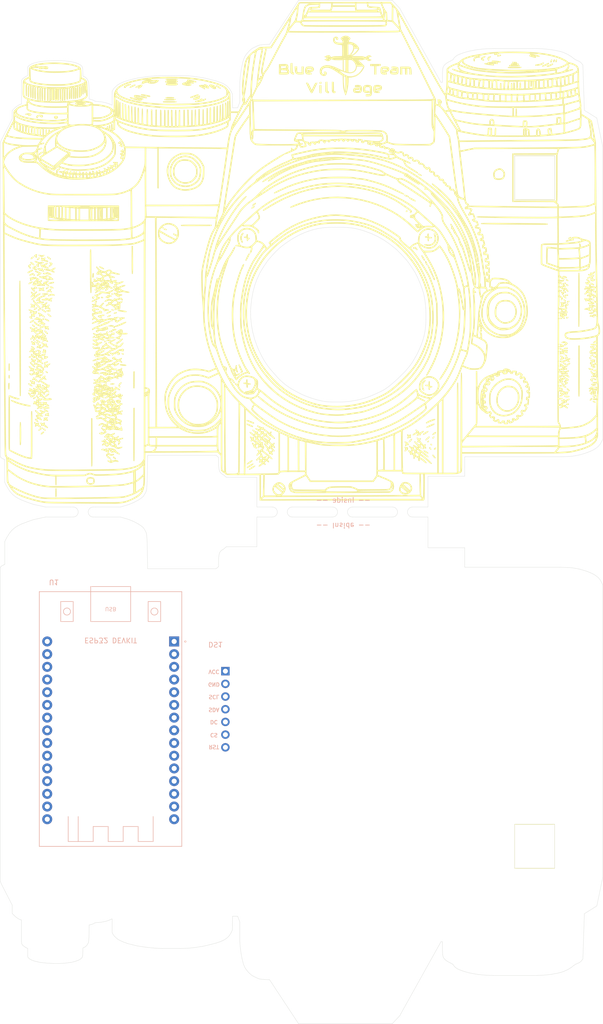
<source format=kicad_pcb>
(kicad_pcb (version 20221018) (generator pcbnew)
  (layers (0 "F.Cu" signal) (31 "B.Cu" signal) (34 "B.Paste" user) (35 "F.Paste" user) (36 "B.SilkS" user "B.Silkscreen") (37 "F.SilkS" user "F.Silkscreen") (38 "B.Mask" user) (39 "F.Mask" user) (44 "Edge.Cuts" user))
  (net 0 "")
  (net 1 "+3.3V")
  (net 2 "GND")
  (net 3 "D18")
  (net 4 "D23")
  (net 5 "D16")
  (net 6 "D5")
  (net 7 "D4")
  (footprint "0_local:GC9A01_TFT_Back_Mount" (layer "F.Cu") (at 84.66 155.63)
    (fp_text reference "DS1" (at -1.96 -5.33 180 unlocked) (layer "B.SilkS") (effects (justify mirror)))
    (fp_text value "GC9A01 TFT Display")
    (fp_text user "SCL" (at -2.3 5.15 180 unlocked) (layer "B.SilkS") (effects (font (size 0.75 0.75)) (justify mirror)))
    (fp_text user "GND" (at -2.3 2.65 180 unlocked) (layer "B.SilkS") (effects (font (size 0.75 0.75)) (justify mirror)))
    (fp_text user "CS" (at -2.3 12.78 180 unlocked) (layer "B.SilkS") (effects (font (size 0.75 0.75)) (justify mirror)))
    (fp_text user "DC" (at -2.3 10.18 180 unlocked) (layer "B.SilkS") (effects (font (size 0.75 0.75)) (justify mirror)))
    (fp_text user "SDA" (at -2.3 7.72 180 unlocked) (layer "B.SilkS") (effects (font (size 0.75 0.75)) (justify mirror)))
    (fp_text user "RST" (at -2.3 15.15 180 unlocked) (layer "B.SilkS") (effects (font (size 0.75 0.75)) (justify mirror)))
    (fp_text user "VCC" (at -2.3 0.11 180 unlocked) (layer "B.SilkS") (effects (font (size 0.75 0.75)) (justify mirror)))
    (pad "1" thru_hole rect (at 0 0) (size 1.7 1.7) (drill 1) (layers "*.Cu" "*.Mask") (net 1 "+3.3V"))
    (pad "2" thru_hole oval (at 0 2.54) (size 1.7 1.7) (drill 1) (layers "*.Cu" "*.Mask") (net 2 "GND"))
    (pad "3" thru_hole oval (at 0 5.08) (size 1.7 1.7) (drill 1) (layers "*.Cu" "*.Mask") (net 3 "D18"))
    (pad "4" thru_hole oval (at 0 7.62) (size 1.7 1.7) (drill 1) (layers "*.Cu" "*.Mask") (net 4 "D23"))
    (pad "5" thru_hole oval (at 0 10.16) (size 1.7 1.7) (drill 1) (layers "*.Cu" "*.Mask") (net 5 "D16"))
    (pad "6" thru_hole oval (at 0 12.7) (size 1.7 1.7) (drill 1) (layers "*.Cu" "*.Mask") (net 6 "D5"))
    (pad "7" thru_hole oval (at 0 15.24) (size 1.7 1.7) (drill 1) (layers "*.Cu" "*.Mask") (net 7 "D4"))
  )
  (footprint "0_local:ESP32_DEVKIT_V1_Back_Mount" (layer "F.Cu") (at 61.7025 165.205)
    (fp_text reference "U1" (at -11.355 -27.36 180 unlocked) (layer "B.SilkS") (effects (justify mirror)))
    (fp_text value "ESP32-WROOM-32-DEVKIT")
    (fp_text user "ESP32 DEVKIT" (at 0 -15.75 180 unlocked) (layer "B.SilkS") (effects (justify mirror)))
    (fp_text user "USB" (at 0 -22 180 unlocked) (layer "B.SilkS") (effects (font (size 0.75 0.75) (thickness 0.1)) (justify mirror)))
    (pad "1" thru_hole rect (at 12.7 -15.515) (size 2 2) (drill 1.02) (layers "*.Cu" "*.Mask") (net 1 "+3.3V"))
    (pad "2" thru_hole circle (at 12.7 -12.975) (size 2 2) (drill 1.02) (layers "*.Cu" "*.Mask") (net 2 "GND"))
    (pad "3" thru_hole circle (at 12.7 -10.435) (size 2 2) (drill 1.02) (layers "*.Cu" "*.Mask"))
    (pad "4" thru_hole circle (at 12.7 -7.895) (size 2 2) (drill 1.02) (layers "*.Cu" "*.Mask"))
    (pad "5" thru_hole circle (at 12.7 -5.355) (size 2 2) (drill 1.02) (layers "*.Cu" "*.Mask") (net 7 "D4"))
    (pad "6" thru_hole circle (at 12.7 -2.815) (size 2 2) (drill 1.02) (layers "*.Cu" "*.Mask") (net 5 "D16"))
    (pad "7" thru_hole circle (at 12.7 -0.275) (size 2 2) (drill 1.02) (layers "*.Cu" "*.Mask"))
    (pad "8" thru_hole circle (at 12.7 2.265) (size 2 2) (drill 1.02) (layers "*.Cu" "*.Mask") (net 6 "D5"))
    (pad "9" thru_hole circle (at 12.7 4.805) (size 2 2) (drill 1.02) (layers "*.Cu" "*.Mask") (net 3 "D18"))
    (pad "10" thru_hole circle (at 12.7 7.345) (size 2 2) (drill 1.02) (layers "*.Cu" "*.Mask"))
    (pad "11" thru_hole circle (at 12.7 9.885) (size 2 2) (drill 1.02) (layers "*.Cu" "*.Mask"))
    (pad "12" thru_hole circle (at 12.7 12.425) (size 2 2) (drill 1.02) (layers "*.Cu" "*.Mask"))
    (pad "13" thru_hole circle (at 12.7 14.965) (size 2 2) (drill 1.02) (layers "*.Cu" "*.Mask"))
    (pad "14" thru_hole circle (at 12.7 17.505) (size 2 2) (drill 1.02) (layers "*.Cu" "*.Mask"))
    (pad "15" thru_hole circle (at 12.7 20.045) (size 2 2) (drill 1.02) (layers "*.Cu" "*.Mask") (net 4 "D23"))
    (pad "16" thru_hole circle (at -12.7 20.045) (size 2 2) (drill 1.02) (layers "*.Cu" "*.Mask"))
    (pad "17" thru_hole circle (at -12.7 17.505) (size 2 2) (drill 1.02) (layers "*.Cu" "*.Mask"))
    (pad "18" thru_hole circle (at -12.7 14.965) (size 2 2) (drill 1.02) (layers "*.Cu" "*.Mask"))
    (pad "19" thru_hole circle (at -12.7 12.425) (size 2 2) (drill 1.02) (layers "*.Cu" "*.Mask"))
    (pad "20" thru_hole circle (at -12.7 9.885) (size 2 2) (drill 1.02) (layers "*.Cu" "*.Mask"))
    (pad "21" thru_hole circle (at -12.7 7.345) (size 2 2) (drill 1.02) (layers "*.Cu" "*.Mask"))
    (pad "22" thru_hole circle (at -12.7 4.805) (size 2 2) (drill 1.02) (layers "*.Cu" "*.Mask"))
    (pad "23" thru_hole circle (at -12.7 2.265) (size 2 2) (drill 1.02) (layers "*.Cu" "*.Mask"))
    (pad "24" thru_hole circle (at -12.7 -0.275) (size 2 2) (drill 1.02) (layers "*.Cu" "*.Mask"))
    (pad "25" thru_hole circle (at -12.7 -2.815) (size 2 2) (drill 1.02) (layers "*.Cu" "*.Mask"))
    (pad "26" thru_hole circle (at -12.7 -5.355) (size 2 2) (drill 1.02) (layers "*.Cu" "*.Mask"))
    (pad "27" thru_hole circle (at -12.7 -7.895) (size 2 2) (drill 1.02) (layers "*.Cu" "*.Mask"))
    (pad "28" thru_hole circle (at -12.7 -10.435) (size 2 2) (drill 1.02) (layers "*.Cu" "*.Mask"))
    (pad "29" thru_hole circle (at -12.7 -12.975) (size 2 2) (drill 1.02) (layers "*.Cu" "*.Mask"))
    (pad "30" thru_hole circle (at -12.7 -15.515) (size 2 2) (drill 1.02) (layers "*.Cu" "*.Mask"))
  )
  (footprint "0_badge:camera_badge_silk02" (layer "F.Cu") (at 99.9 123.8)
    (fp_text reference "G***")
    (fp_text value "Silk02" hide)
  )
  (footprint "0_badge:camera_badge_edgecuts" (layer "F.Cu") (at 97.2 123.3)
    (fp_text reference "G***" hide)
    (fp_text value "Edge" hide)
    (fp_line (start -57.6 -73.35) (end -57.6 -10.65) (stroke (width 0.05)) (layer "Edge.Cuts"))
    (fp_line (start -57.6 -10.65) (end -57.525 -10.5) (stroke (width 0.05)) (layer "Edge.Cuts"))
    (fp_line (start -57.6 11.65) (end -57.525 11.5) (stroke (width 0.05)) (layer "Edge.Cuts"))
    (fp_line (start -57.6 74.35) (end -57.6 11.65) (stroke (width 0.05)) (layer "Edge.Cuts"))
    (fp_line (start -57.525 -10.5) (end -57.4 -10.35) (stroke (width 0.05)) (layer "Edge.Cuts"))
    (fp_line (start -57.525 11.5) (end -57.4 11.35) (stroke (width 0.05)) (layer "Edge.Cuts"))
    (fp_line (start -57.4 -10.35) (end -57.25 -10.25) (stroke (width 0.05)) (layer "Edge.Cuts"))
    (fp_line (start -57.4 11.35) (end -57.25 11.25) (stroke (width 0.05)) (layer "Edge.Cuts"))
    (fp_line (start -57.325 -74) (end -57.6 -73.35) (stroke (width 0.05)) (layer "Edge.Cuts"))
    (fp_line (start -57.325 75) (end -57.6 74.35) (stroke (width 0.05)) (layer "Edge.Cuts"))
    (fp_line (start -57.25 -10.25) (end -57.05 -10.15) (stroke (width 0.05)) (layer "Edge.Cuts"))
    (fp_line (start -57.25 11.25) (end -57.05 11.15) (stroke (width 0.05)) (layer "Edge.Cuts"))
    (fp_line (start -57.05 -10.15) (end -56.85 -10.05) (stroke (width 0.05)) (layer "Edge.Cuts"))
    (fp_line (start -57.05 11.15) (end -56.85 11.05) (stroke (width 0.05)) (layer "Edge.Cuts"))
    (fp_line (start -56.85 -10.05) (end -56.75 -10) (stroke (width 0.05)) (layer "Edge.Cuts"))
    (fp_line (start -56.85 11.05) (end -56.75 11) (stroke (width 0.05)) (layer "Edge.Cuts"))
    (fp_line (start -56.75 -10) (end -56.7 -9.95) (stroke (width 0.05)) (layer "Edge.Cuts"))
    (fp_line (start -56.75 11) (end -56.7 10.95) (stroke (width 0.05)) (layer "Edge.Cuts"))
    (fp_line (start -56.7 -9.95) (end -56.7 -5.45) (stroke (width 0.05)) (layer "Edge.Cuts"))
    (fp_line (start -56.7 -5.45) (end -56.5 -5) (stroke (width 0.05)) (layer "Edge.Cuts"))
    (fp_line (start -56.7 6.45) (end -56.5 6) (stroke (width 0.05)) (layer "Edge.Cuts"))
    (fp_line (start -56.7 10.95) (end -56.7 6.45) (stroke (width 0.05)) (layer "Edge.Cuts"))
    (fp_line (start -56.5 -75.6) (end -57.325 -74) (stroke (width 0.05)) (layer "Edge.Cuts"))
    (fp_line (start -56.5 -5) (end -56.25 -4.55) (stroke (width 0.05)) (layer "Edge.Cuts"))
    (fp_line (start -56.5 6) (end -56.25 5.55) (stroke (width 0.05)) (layer "Edge.Cuts"))
    (fp_line (start -56.5 76.6) (end -57.325 75) (stroke (width 0.05)) (layer "Edge.Cuts"))
    (fp_line (start -56.25 -4.55) (end -55.95 -4.05) (stroke (width 0.05)) (layer "Edge.Cuts"))
    (fp_line (start -56.25 5.55) (end -55.95 5.05) (stroke (width 0.05)) (layer "Edge.Cuts"))
    (fp_line (start -55.95 -4.05) (end -55.65 -3.6) (stroke (width 0.05)) (layer "Edge.Cuts"))
    (fp_line (start -55.95 5.05) (end -55.65 4.6) (stroke (width 0.05)) (layer "Edge.Cuts"))
    (fp_line (start -55.65 -3.6) (end -55.35 -3.25) (stroke (width 0.05)) (layer "Edge.Cuts"))
    (fp_line (start -55.65 4.6) (end -55.35 4.25) (stroke (width 0.05)) (layer "Edge.Cuts"))
    (fp_line (start -55.35 -3.25) (end -55.05 -2.95) (stroke (width 0.05)) (layer "Edge.Cuts"))
    (fp_line (start -55.35 4.25) (end -55.05 3.95) (stroke (width 0.05)) (layer "Edge.Cuts"))
    (fp_line (start -55.2 -79.8) (end -55.2 -78.15) (stroke (width 0.05)) (layer "Edge.Cuts"))
    (fp_line (start -55.2 -78.15) (end -56.5 -75.6) (stroke (width 0.05)) (layer "Edge.Cuts"))
    (fp_line (start -55.2 79.15) (end -56.5 76.6) (stroke (width 0.05)) (layer "Edge.Cuts"))
    (fp_line (start -55.2 80.8) (end -55.2 79.15) (stroke (width 0.05)) (layer "Edge.Cuts"))
    (fp_line (start -55.05 -2.95) (end -54.55 -2.55) (stroke (width 0.05)) (layer "Edge.Cuts"))
    (fp_line (start -55.05 3.95) (end -54.55 3.55) (stroke (width 0.05)) (layer "Edge.Cuts"))
    (fp_line (start -54.6 -80.4) (end -55.2 -79.8) (stroke (width 0.05)) (layer "Edge.Cuts"))
    (fp_line (start -54.6 81.4) (end -55.2 80.8) (stroke (width 0.05)) (layer "Edge.Cuts"))
    (fp_line (start -54.55 -2.55) (end -54.05 -2.25) (stroke (width 0.05)) (layer "Edge.Cuts"))
    (fp_line (start -54.55 3.55) (end -54.05 3.25) (stroke (width 0.05)) (layer "Edge.Cuts"))
    (fp_line (start -54.35 -80.6) (end -54.6 -80.4) (stroke (width 0.05)) (layer "Edge.Cuts"))
    (fp_line (start -54.35 81.6) (end -54.6 81.4) (stroke (width 0.05)) (layer "Edge.Cuts"))
    (fp_line (start -54.05 -80.8) (end -54.35 -80.6) (stroke (width 0.05)) (layer "Edge.Cuts"))
    (fp_line (start -54.05 -2.25) (end -53.35 -1.9) (stroke (width 0.05)) (layer "Edge.Cuts"))
    (fp_line (start -54.05 3.25) (end -53.35 2.9) (stroke (width 0.05)) (layer "Edge.Cuts"))
    (fp_line (start -54.05 81.8) (end -54.35 81.6) (stroke (width 0.05)) (layer "Edge.Cuts"))
    (fp_line (start -53.8 -80.95) (end -54.05 -80.8) (stroke (width 0.05)) (layer "Edge.Cuts"))
    (fp_line (start -53.8 81.95) (end -54.05 81.8) (stroke (width 0.05)) (layer "Edge.Cuts"))
    (fp_line (start -53.55 -81.05) (end -53.8 -80.95) (stroke (width 0.05)) (layer "Edge.Cuts"))
    (fp_line (start -53.55 82.05) (end -53.8 81.95) (stroke (width 0.05)) (layer "Edge.Cuts"))
    (fp_line (start -53.35 -85.45) (end -53.35 -81.1) (stroke (width 0.05)) (layer "Edge.Cuts"))
    (fp_line (start -53.35 -81.1) (end -53.55 -81.05) (stroke (width 0.05)) (layer "Edge.Cuts"))
    (fp_line (start -53.35 -1.9) (end -51.9 -1.35) (stroke (width 0.05)) (layer "Edge.Cuts"))
    (fp_line (start -53.35 2.9) (end -51.9 2.35) (stroke (width 0.05)) (layer "Edge.Cuts"))
    (fp_line (start -53.35 82.1) (end -53.55 82.05) (stroke (width 0.05)) (layer "Edge.Cuts"))
    (fp_line (start -53.35 86.45) (end -53.35 82.1) (stroke (width 0.05)) (layer "Edge.Cuts"))
    (fp_line (start -53.3 -85.85) (end -53.35 -85.45) (stroke (width 0.05)) (layer "Edge.Cuts"))
    (fp_line (start -53.3 86.85) (end -53.35 86.45) (stroke (width 0.05)) (layer "Edge.Cuts"))
    (fp_line (start -53.2 -86.05) (end -53.3 -85.85) (stroke (width 0.05)) (layer "Edge.Cuts"))
    (fp_line (start -53.2 87.05) (end -53.3 86.85) (stroke (width 0.05)) (layer "Edge.Cuts"))
    (fp_line (start -53.05 -86.2) (end -53.2 -86.05) (stroke (width 0.05)) (layer "Edge.Cuts"))
    (fp_line (start -53.05 87.2) (end -53.2 87.05) (stroke (width 0.05)) (layer "Edge.Cuts"))
    (fp_line (start -52.8 -86.4) (end -53.05 -86.2) (stroke (width 0.05)) (layer "Edge.Cuts"))
    (fp_line (start -52.8 87.4) (end -53.05 87.2) (stroke (width 0.05)) (layer "Edge.Cuts"))
    (fp_line (start -52.5 -86.6) (end -52.8 -86.4) (stroke (width 0.05)) (layer "Edge.Cuts"))
    (fp_line (start -52.5 87.6) (end -52.8 87.4) (stroke (width 0.05)) (layer "Edge.Cuts"))
    (fp_line (start -52.1 -88.35) (end -52.1 -86.8) (stroke (width 0.05)) (layer "Edge.Cuts"))
    (fp_line (start -52.1 -86.8) (end -52.5 -86.6) (stroke (width 0.05)) (layer "Edge.Cuts"))
    (fp_line (start -52.1 87.8) (end -52.5 87.6) (stroke (width 0.05)) (layer "Edge.Cuts"))
    (fp_line (start -52.1 89.35) (end -52.1 87.8) (stroke (width 0.05)) (layer "Edge.Cuts"))
    (fp_line (start -52.05 -88.55) (end -52.1 -88.35) (stroke (width 0.05)) (layer "Edge.Cuts"))
    (fp_line (start -52.05 89.55) (end -52.1 89.35) (stroke (width 0.05)) (layer "Edge.Cuts"))
    (fp_line (start -52 -88.65) (end -52.05 -88.55) (stroke (width 0.05)) (layer "Edge.Cuts"))
    (fp_line (start -52 89.65) (end -52.05 89.55) (stroke (width 0.05)) (layer "Edge.Cuts"))
    (fp_line (start -51.9 -88.75) (end -52 -88.65) (stroke (width 0.05)) (layer "Edge.Cuts"))
    (fp_line (start -51.9 -1.35) (end -50.85 -1) (stroke (width 0.05)) (layer "Edge.Cuts"))
    (fp_line (start -51.9 2.35) (end -50.85 2) (stroke (width 0.05)) (layer "Edge.Cuts"))
    (fp_line (start -51.9 89.75) (end -52 89.65) (stroke (width 0.05)) (layer "Edge.Cuts"))
    (fp_line (start -51.7 -88.9) (end -51.9 -88.75) (stroke (width 0.05)) (layer "Edge.Cuts"))
    (fp_line (start -51.7 89.9) (end -51.9 89.75) (stroke (width 0.05)) (layer "Edge.Cuts"))
    (fp_line (start -51.35 -89.1) (end -51.7 -88.9) (stroke (width 0.05)) (layer "Edge.Cuts"))
    (fp_line (start -51.35 90.1) (end -51.7 89.9) (stroke (width 0.05)) (layer "Edge.Cuts"))
    (fp_line (start -50.85 -89.3) (end -51.35 -89.1) (stroke (width 0.05)) (layer "Edge.Cuts"))
    (fp_line (start -50.85 -1) (end -49.65 -0.75) (stroke (width 0.05)) (layer "Edge.Cuts"))
    (fp_line (start -50.85 2) (end -49.65 1.75) (stroke (width 0.05)) (layer "Edge.Cuts"))
    (fp_line (start -50.85 90.3) (end -51.35 90.1) (stroke (width 0.05)) (layer "Edge.Cuts"))
    (fp_line (start -50 -89.5) (end -50.85 -89.3) (stroke (width 0.05)) (layer "Edge.Cuts"))
    (fp_line (start -50 90.5) (end -50.85 90.3) (stroke (width 0.05)) (layer "Edge.Cuts"))
    (fp_line (start -49.65 -0.75) (end -48.55 -0.5) (stroke (width 0.05)) (layer "Edge.Cuts"))
    (fp_line (start -49.65 1.75) (end -48.55 1.5) (stroke (width 0.05)) (layer "Edge.Cuts"))
    (fp_line (start -49.5 -89.6) (end -50 -89.5) (stroke (width 0.05)) (layer "Edge.Cuts"))
    (fp_line (start -49.5 90.6) (end -50 90.5) (stroke (width 0.05)) (layer "Edge.Cuts"))
    (fp_line (start -48.6 -89.7) (end -49.5 -89.6) (stroke (width 0.05)) (layer "Edge.Cuts"))
    (fp_line (start -48.6 90.7) (end -49.5 90.6) (stroke (width 0.05)) (layer "Edge.Cuts"))
    (fp_line (start -48.55 -0.5) (end -43.55 -0.5) (stroke (width 0.05)) (layer "Edge.Cuts"))
    (fp_line (start -48.55 1.5) (end -43.55 1.5) (stroke (width 0.05)) (layer "Edge.Cuts"))
    (fp_line (start -47.85 -89.75) (end -48.6 -89.7) (stroke (width 0.05)) (layer "Edge.Cuts"))
    (fp_line (start -47.85 90.75) (end -48.6 90.7) (stroke (width 0.05)) (layer "Edge.Cuts"))
    (fp_line (start -46.9 -89.8) (end -47.85 -89.75) (stroke (width 0.05)) (layer "Edge.Cuts"))
    (fp_line (start -46.9 90.8) (end -47.85 90.75) (stroke (width 0.05)) (layer "Edge.Cuts"))
    (fp_line (start -45.85 -89.8) (end -46.9 -89.8) (stroke (width 0.05)) (layer "Edge.Cuts"))
    (fp_line (start -45.85 90.8) (end -46.9 90.8) (stroke (width 0.05)) (layer "Edge.Cuts"))
    (fp_line (start -44.8 -89.75) (end -45.85 -89.8) (stroke (width 0.05)) (layer "Edge.Cuts"))
    (fp_line (start -44.8 90.75) (end -45.85 90.8) (stroke (width 0.05)) (layer "Edge.Cuts"))
    (fp_line (start -43.9 -89.65) (end -44.8 -89.75) (stroke (width 0.05)) (layer "Edge.Cuts"))
    (fp_line (start -43.9 90.65) (end -44.8 90.75) (stroke (width 0.05)) (layer "Edge.Cuts"))
    (fp_line (start -43.55 -0.5) (end -43 -0.5) (stroke (width 0.05)) (layer "Edge.Cuts"))
    (fp_line (start -43.55 1.5) (end -43 1.5) (stroke (width 0.05)) (layer "Edge.Cuts"))
    (fp_line (start -43.5 -89.6) (end -43.9 -89.65) (stroke (width 0.05)) (layer "Edge.Cuts"))
    (fp_line (start -43.5 90.6) (end -43.9 90.65) (stroke (width 0.05)) (layer "Edge.Cuts"))
    (fp_line (start -42.85 -89.45) (end -43.5 -89.6) (stroke (width 0.05)) (layer "Edge.Cuts"))
    (fp_line (start -42.85 90.45) (end -43.5 90.6) (stroke (width 0.05)) (layer "Edge.Cuts"))
    (fp_line (start -42.35 -89.3) (end -42.85 -89.45) (stroke (width 0.05)) (layer "Edge.Cuts"))
    (fp_line (start -42.35 90.3) (end -42.85 90.45) (stroke (width 0.05)) (layer "Edge.Cuts"))
    (fp_line (start -41.95 -89.15) (end -42.35 -89.3) (stroke (width 0.05)) (layer "Edge.Cuts"))
    (fp_line (start -41.95 90.15) (end -42.35 90.3) (stroke (width 0.05)) (layer "Edge.Cuts"))
    (fp_line (start -41.6 -88.95) (end -41.95 -89.15) (stroke (width 0.05)) (layer "Edge.Cuts"))
    (fp_line (start -41.6 89.95) (end -41.95 90.15) (stroke (width 0.05)) (layer "Edge.Cuts"))
    (fp_line (start -41.45 -88.85) (end -41.6 -88.95) (stroke (width 0.05)) (layer "Edge.Cuts"))
    (fp_line (start -41.45 89.85) (end -41.6 89.95) (stroke (width 0.05)) (layer "Edge.Cuts"))
    (fp_line (start -41.3 -88.7) (end -41.45 -88.85) (stroke (width 0.05)) (layer "Edge.Cuts"))
    (fp_line (start -41.3 89.7) (end -41.45 89.85) (stroke (width 0.05)) (layer "Edge.Cuts"))
    (fp_line (start -41.2 -88.55) (end -41.3 -88.7) (stroke (width 0.05)) (layer "Edge.Cuts"))
    (fp_line (start -41.2 89.55) (end -41.3 89.7) (stroke (width 0.05)) (layer "Edge.Cuts"))
    (fp_line (start -41.15 -88.35) (end -41.2 -88.55) (stroke (width 0.05)) (layer "Edge.Cuts"))
    (fp_line (start -41.15 89.35) (end -41.2 89.55) (stroke (width 0.05)) (layer "Edge.Cuts"))
    (fp_line (start -41.1 -88.15) (end -41.15 -88.35) (stroke (width 0.05)) (layer "Edge.Cuts"))
    (fp_line (start -41.1 89.15) (end -41.15 89.35) (stroke (width 0.05)) (layer "Edge.Cuts"))
    (fp_line (start -41.05 -86.75) (end -41.1 -88.15) (stroke (width 0.05)) (layer "Edge.Cuts"))
    (fp_line (start -41.05 87.75) (end -41.1 89.15) (stroke (width 0.05)) (layer "Edge.Cuts"))
    (fp_line (start -41 -86.65) (end -41.05 -86.75) (stroke (width 0.05)) (layer "Edge.Cuts"))
    (fp_line (start -41 87.65) (end -41.05 87.75) (stroke (width 0.05)) (layer "Edge.Cuts"))
    (fp_line (start -40.7 -86.55) (end -41 -86.65) (stroke (width 0.05)) (layer "Edge.Cuts"))
    (fp_line (start -40.7 87.55) (end -41 87.65) (stroke (width 0.05)) (layer "Edge.Cuts"))
    (fp_line (start -40.5 -86.4) (end -40.7 -86.55) (stroke (width 0.05)) (layer "Edge.Cuts"))
    (fp_line (start -40.5 87.4) (end -40.7 87.55) (stroke (width 0.05)) (layer "Edge.Cuts"))
    (fp_line (start -40.25 -86.15) (end -40.5 -86.4) (stroke (width 0.05)) (layer "Edge.Cuts"))
    (fp_line (start -40.25 87.15) (end -40.5 87.4) (stroke (width 0.05)) (layer "Edge.Cuts"))
    (fp_line (start -40.05 -85.8) (end -40.25 -86.15) (stroke (width 0.05)) (layer "Edge.Cuts"))
    (fp_line (start -40.05 86.8) (end -40.25 87.15) (stroke (width 0.05)) (layer "Edge.Cuts"))
    (fp_line (start -39.95 -85.6) (end -40.05 -85.8) (stroke (width 0.05)) (layer "Edge.Cuts"))
    (fp_line (start -39.95 86.6) (end -40.05 86.8) (stroke (width 0.05)) (layer "Edge.Cuts"))
    (fp_line (start -39.9 -85.3) (end -39.95 -85.6) (stroke (width 0.05)) (layer "Edge.Cuts"))
    (fp_line (start -39.9 86.3) (end -39.95 86.6) (stroke (width 0.05)) (layer "Edge.Cuts"))
    (fp_line (start -39.85 -84.65) (end -39.9 -85.3) (stroke (width 0.05)) (layer "Edge.Cuts"))
    (fp_line (start -39.85 85.65) (end -39.9 86.3) (stroke (width 0.05)) (layer "Edge.Cuts"))
    (fp_line (start -39.8 -82.1) (end -39.85 -84.65) (stroke (width 0.05)) (layer "Edge.Cuts"))
    (fp_line (start -39.8 83.1) (end -39.85 85.65) (stroke (width 0.05)) (layer "Edge.Cuts"))
    (fp_line (start -39.6 -82.05) (end -39.8 -82.1) (stroke (width 0.05)) (layer "Edge.Cuts"))
    (fp_line (start -39.6 83.05) (end -39.8 83.1) (stroke (width 0.05)) (layer "Edge.Cuts"))
    (fp_line (start -39.2 -81.95) (end -39.6 -82.05) (stroke (width 0.05)) (layer "Edge.Cuts"))
    (fp_line (start -39.2 82.95) (end -39.6 83.05) (stroke (width 0.05)) (layer "Edge.Cuts"))
    (fp_line (start -39 -0.5) (end -38.55 -0.5) (stroke (width 0.05)) (layer "Edge.Cuts"))
    (fp_line (start -39 1.5) (end -38.55 1.5) (stroke (width 0.05)) (layer "Edge.Cuts"))
    (fp_line (start -38.95 -81.85) (end -39.2 -81.95) (stroke (width 0.05)) (layer "Edge.Cuts"))
    (fp_line (start -38.95 82.85) (end -39.2 82.95) (stroke (width 0.05)) (layer "Edge.Cuts"))
    (fp_line (start -38.7 -81.7) (end -38.95 -81.85) (stroke (width 0.05)) (layer "Edge.Cuts"))
    (fp_line (start -38.7 82.7) (end -38.95 82.85) (stroke (width 0.05)) (layer "Edge.Cuts"))
    (fp_line (start -38.55 -81.65) (end -38.7 -81.7) (stroke (width 0.05)) (layer "Edge.Cuts"))
    (fp_line (start -38.55 -0.5) (end -33.55 -0.5) (stroke (width 0.05)) (layer "Edge.Cuts"))
    (fp_line (start -38.55 1.5) (end -33.55 1.5) (stroke (width 0.05)) (layer "Edge.Cuts"))
    (fp_line (start -38.55 82.65) (end -38.7 82.7) (stroke (width 0.05)) (layer "Edge.Cuts"))
    (fp_line (start -37.95 -81.6) (end -38.55 -81.65) (stroke (width 0.05)) (layer "Edge.Cuts"))
    (fp_line (start -37.95 82.6) (end -38.55 82.65) (stroke (width 0.05)) (layer "Edge.Cuts"))
    (fp_line (start -37.4 -81.55) (end -37.95 -81.6) (stroke (width 0.05)) (layer "Edge.Cuts"))
    (fp_line (start -37.4 82.55) (end -37.95 82.6) (stroke (width 0.05)) (layer "Edge.Cuts"))
    (fp_line (start -36.85 -81.45) (end -37.4 -81.55) (stroke (width 0.05)) (layer "Edge.Cuts"))
    (fp_line (start -36.85 82.45) (end -37.4 82.55) (stroke (width 0.05)) (layer "Edge.Cuts"))
    (fp_line (start -36.45 -81.35) (end -36.85 -81.45) (stroke (width 0.05)) (layer "Edge.Cuts"))
    (fp_line (start -36.45 82.35) (end -36.85 82.45) (stroke (width 0.05)) (layer "Edge.Cuts"))
    (fp_line (start -36.1 -81.25) (end -36.45 -81.35) (stroke (width 0.05)) (layer "Edge.Cuts"))
    (fp_line (start -36.1 82.25) (end -36.45 82.35) (stroke (width 0.05)) (layer "Edge.Cuts"))
    (fp_line (start -35.7 -81.1) (end -36.1 -81.25) (stroke (width 0.05)) (layer "Edge.Cuts"))
    (fp_line (start -35.7 82.1) (end -36.1 82.25) (stroke (width 0.05)) (layer "Edge.Cuts"))
    (fp_line (start -35.3 -80.9) (end -35.7 -81.1) (stroke (width 0.05)) (layer "Edge.Cuts"))
    (fp_line (start -35.3 81.9) (end -35.7 82.1) (stroke (width 0.05)) (layer "Edge.Cuts"))
    (fp_line (start -35.2 -83.65) (end -35.2 -80.9) (stroke (width 0.05)) (layer "Edge.Cuts"))
    (fp_line (start -35.2 -80.9) (end -35.3 -80.9) (stroke (width 0.05)) (layer "Edge.Cuts"))
    (fp_line (start -35.2 81.9) (end -35.3 81.9) (stroke (width 0.05)) (layer "Edge.Cuts"))
    (fp_line (start -35.2 84.65) (end -35.2 81.9) (stroke (width 0.05)) (layer "Edge.Cuts"))
    (fp_line (start -34.95 -84.1) (end -35.2 -83.65) (stroke (width 0.05)) (layer "Edge.Cuts"))
    (fp_line (start -34.95 85.1) (end -35.2 84.65) (stroke (width 0.05)) (layer "Edge.Cuts"))
    (fp_line (start -34.65 -84.45) (end -34.95 -84.1) (stroke (width 0.05)) (layer "Edge.Cuts"))
    (fp_line (start -34.65 85.45) (end -34.95 85.1) (stroke (width 0.05)) (layer "Edge.Cuts"))
    (fp_line (start -34.15 -84.9) (end -34.65 -84.45) (stroke (width 0.05)) (layer "Edge.Cuts"))
    (fp_line (start -34.15 85.9) (end -34.65 85.45) (stroke (width 0.05)) (layer "Edge.Cuts"))
    (fp_line (start -33.65 -85.2) (end -34.15 -84.9) (stroke (width 0.05)) (layer "Edge.Cuts"))
    (fp_line (start -33.65 86.2) (end -34.15 85.9) (stroke (width 0.05)) (layer "Edge.Cuts"))
    (fp_line (start -33.55 -0.5) (end -33.05 -0.65) (stroke (width 0.05)) (layer "Edge.Cuts"))
    (fp_line (start -33.55 1.5) (end -33.05 1.65) (stroke (width 0.05)) (layer "Edge.Cuts"))
    (fp_line (start -33.05 -0.65) (end -32 -0.95) (stroke (width 0.05)) (layer "Edge.Cuts"))
    (fp_line (start -33.05 1.65) (end -32 1.95) (stroke (width 0.05)) (layer "Edge.Cuts"))
    (fp_line (start -32.85 -85.55) (end -33.65 -85.2) (stroke (width 0.05)) (layer "Edge.Cuts"))
    (fp_line (start -32.85 86.55) (end -33.65 86.2) (stroke (width 0.05)) (layer "Edge.Cuts"))
    (fp_line (start -32 -85.85) (end -32.85 -85.55) (stroke (width 0.05)) (layer "Edge.Cuts"))
    (fp_line (start -32 -0.95) (end -30.9 -1.4) (stroke (width 0.05)) (layer "Edge.Cuts"))
    (fp_line (start -32 1.95) (end -30.9 2.4) (stroke (width 0.05)) (layer "Edge.Cuts"))
    (fp_line (start -32 86.85) (end -32.85 86.55) (stroke (width 0.05)) (layer "Edge.Cuts"))
    (fp_line (start -30.9 -1.4) (end -29.95 -1.9) (stroke (width 0.05)) (layer "Edge.Cuts"))
    (fp_line (start -30.9 2.4) (end -29.95 2.9) (stroke (width 0.05)) (layer "Edge.Cuts"))
    (fp_line (start -30.15 -86.3) (end -32 -85.85) (stroke (width 0.05)) (layer "Edge.Cuts"))
    (fp_line (start -30.15 87.3) (end -32 86.85) (stroke (width 0.05)) (layer "Edge.Cuts"))
    (fp_line (start -29.95 -1.9) (end -29.35 -2.3) (stroke (width 0.05)) (layer "Edge.Cuts"))
    (fp_line (start -29.95 2.9) (end -29.35 3.3) (stroke (width 0.05)) (layer "Edge.Cuts"))
    (fp_line (start -29.35 -2.3) (end -28.95 -2.65) (stroke (width 0.05)) (layer "Edge.Cuts"))
    (fp_line (start -29.35 3.3) (end -28.95 3.65) (stroke (width 0.05)) (layer "Edge.Cuts"))
    (fp_line (start -28.95 -2.65) (end -28.75 -2.95) (stroke (width 0.05)) (layer "Edge.Cuts"))
    (fp_line (start -28.95 3.65) (end -28.75 3.95) (stroke (width 0.05)) (layer "Edge.Cuts"))
    (fp_line (start -28.75 -2.95) (end -28.45 -3.5) (stroke (width 0.05)) (layer "Edge.Cuts"))
    (fp_line (start -28.75 3.95) (end -28.45 4.5) (stroke (width 0.05)) (layer "Edge.Cuts"))
    (fp_line (start -28.45 -3.5) (end -28.35 -3.8) (stroke (width 0.05)) (layer "Edge.Cuts"))
    (fp_line (start -28.45 4.5) (end -28.35 4.8) (stroke (width 0.05)) (layer "Edge.Cuts"))
    (fp_line (start -28.35 -3.8) (end -28.3 -4.05) (stroke (width 0.05)) (layer "Edge.Cuts"))
    (fp_line (start -28.35 4.8) (end -28.3 5.05) (stroke (width 0.05)) (layer "Edge.Cuts"))
    (fp_line (start -28.3 -4.05) (end -28.25 -4.6) (stroke (width 0.05)) (layer "Edge.Cuts"))
    (fp_line (start -28.3 5.05) (end -28.25 5.6) (stroke (width 0.05)) (layer "Edge.Cuts"))
    (fp_line (start -28.25 -4.6) (end -28.2 -5.5) (stroke (width 0.05)) (layer "Edge.Cuts"))
    (fp_line (start -28.25 5.6) (end -28.2 6.5) (stroke (width 0.05)) (layer "Edge.Cuts"))
    (fp_line (start -28.2 -5.5) (end -28.1 -10.85) (stroke (width 0.05)) (layer "Edge.Cuts"))
    (fp_line (start -28.2 6.5) (end -28.1 11.85) (stroke (width 0.05)) (layer "Edge.Cuts"))
    (fp_line (start -28.1 -86.6) (end -30.15 -86.3) (stroke (width 0.05)) (layer "Edge.Cuts"))
    (fp_line (start -28.1 -10.85) (end -14.4 -10.85) (stroke (width 0.05)) (layer "Edge.Cuts"))
    (fp_line (start -28.1 11.85) (end -14.4 11.85) (stroke (width 0.05)) (layer "Edge.Cuts"))
    (fp_line (start -28.1 87.6) (end -30.15 87.3) (stroke (width 0.05)) (layer "Edge.Cuts"))
    (fp_line (start -26.45 -86.75) (end -28.1 -86.6) (stroke (width 0.05)) (layer "Edge.Cuts"))
    (fp_line (start -26.45 87.75) (end -28.1 87.6) (stroke (width 0.05)) (layer "Edge.Cuts"))
    (fp_line (start -25.15 -86.8) (end -26.45 -86.75) (stroke (width 0.05)) (layer "Edge.Cuts"))
    (fp_line (start -25.15 87.8) (end -26.45 87.75) (stroke (width 0.05)) (layer "Edge.Cuts"))
    (fp_line (start -21.55 -86.8) (end -25.15 -86.8) (stroke (width 0.05)) (layer "Edge.Cuts"))
    (fp_line (start -21.55 87.8) (end -25.15 87.8) (stroke (width 0.05)) (layer "Edge.Cuts"))
    (fp_line (start -20.05 -86.75) (end -21.55 -86.8) (stroke (width 0.05)) (layer "Edge.Cuts"))
    (fp_line (start -20.05 87.75) (end -21.55 87.8) (stroke (width 0.05)) (layer "Edge.Cuts"))
    (fp_line (start -19 -86.65) (end -20.05 -86.75) (stroke (width 0.05)) (layer "Edge.Cuts"))
    (fp_line (start -19 87.65) (end -20.05 87.75) (stroke (width 0.05)) (layer "Edge.Cuts"))
    (fp_line (start -18.25 -86.55) (end -19 -86.65) (stroke (width 0.05)) (layer "Edge.Cuts"))
    (fp_line (start -18.25 87.55) (end -19 87.65) (stroke (width 0.05)) (layer "Edge.Cuts"))
    (fp_line (start -17.6 -86.45) (end -18.25 -86.55) (stroke (width 0.05)) (layer "Edge.Cuts"))
    (fp_line (start -17.6 87.45) (end -18.25 87.55) (stroke (width 0.05)) (layer "Edge.Cuts"))
    (fp_line (start -17 -86.35) (end -17.6 -86.45) (stroke (width 0.05)) (layer "Edge.Cuts"))
    (fp_line (start -17 87.35) (end -17.6 87.45) (stroke (width 0.05)) (layer "Edge.Cuts"))
    (fp_line (start -16.3 -86.2) (end -17 -86.35) (stroke (width 0.05)) (layer "Edge.Cuts"))
    (fp_line (start -16.3 87.2) (end -17 87.35) (stroke (width 0.05)) (layer "Edge.Cuts"))
    (fp_line (start -15.1 -85.9) (end -16.3 -86.2) (stroke (width 0.05)) (layer "Edge.Cuts"))
    (fp_line (start -15.1 86.9) (end -16.3 87.2) (stroke (width 0.05)) (layer "Edge.Cuts"))
    (fp_line (start -14.4 -10.85) (end -13.9 -10.4) (stroke (width 0.05)) (layer "Edge.Cuts"))
    (fp_line (start -14.4 11.85) (end -13.9 11.4) (stroke (width 0.05)) (layer "Edge.Cuts"))
    (fp_line (start -14.35 -85.7) (end -15.1 -85.9) (stroke (width 0.05)) (layer "Edge.Cuts"))
    (fp_line (start -14.35 86.7) (end -15.1 86.9) (stroke (width 0.05)) (layer "Edge.Cuts"))
    (fp_line (start -13.9 -10.4) (end -13.9 -8.85) (stroke (width 0.05)) (layer "Edge.Cuts"))
    (fp_line (start -13.9 -8.85) (end -13.85 -8.3) (stroke (width 0.05)) (layer "Edge.Cuts"))
    (fp_line (start -13.9 9.85) (end -13.85 9.3) (stroke (width 0.05)) (layer "Edge.Cuts"))
    (fp_line (start -13.9 11.4) (end -13.9 9.85) (stroke (width 0.05)) (layer "Edge.Cuts"))
    (fp_line (start -13.85 -8.3) (end -13.8 -8) (stroke (width 0.05)) (layer "Edge.Cuts"))
    (fp_line (start -13.85 9.3) (end -13.8 9) (stroke (width 0.05)) (layer "Edge.Cuts"))
    (fp_line (start -13.8 -8) (end -13.7 -7.65) (stroke (width 0.05)) (layer "Edge.Cuts"))
    (fp_line (start -13.8 9) (end -13.7 8.65) (stroke (width 0.05)) (layer "Edge.Cuts"))
    (fp_line (start -13.7 -7.65) (end -13.55 -7.4) (stroke (width 0.05)) (layer "Edge.Cuts"))
    (fp_line (start -13.7 8.65) (end -13.55 8.4) (stroke (width 0.05)) (layer "Edge.Cuts"))
    (fp_line (start -13.6 -85.45) (end -14.35 -85.7) (stroke (width 0.05)) (layer "Edge.Cuts"))
    (fp_line (start -13.6 86.45) (end -14.35 86.7) (stroke (width 0.05)) (layer "Edge.Cuts"))
    (fp_line (start -13.55 -7.4) (end -13.35 -7.2) (stroke (width 0.05)) (layer "Edge.Cuts"))
    (fp_line (start -13.55 8.4) (end -13.35 8.2) (stroke (width 0.05)) (layer "Edge.Cuts"))
    (fp_line (start -13.35 -7.2) (end -13.15 -7.05) (stroke (width 0.05)) (layer "Edge.Cuts"))
    (fp_line (start -13.35 8.2) (end -13.15 8.05) (stroke (width 0.05)) (layer "Edge.Cuts"))
    (fp_line (start -13.15 -7.05) (end -12.95 -6.95) (stroke (width 0.05)) (layer "Edge.Cuts"))
    (fp_line (start -13.15 8.05) (end -12.95 7.95) (stroke (width 0.05)) (layer "Edge.Cuts"))
    (fp_line (start -12.95 -6.95) (end -12.7 -6.75) (stroke (width 0.05)) (layer "Edge.Cuts"))
    (fp_line (start -12.95 7.95) (end -12.7 7.75) (stroke (width 0.05)) (layer "Edge.Cuts"))
    (fp_line (start -12.9 -85.15) (end -13.6 -85.45) (stroke (width 0.05)) (layer "Edge.Cuts"))
    (fp_line (start -12.9 86.15) (end -13.6 86.45) (stroke (width 0.05)) (layer "Edge.Cuts"))
    (fp_line (start -12.7 -6.75) (end -12.5 -6.55) (stroke (width 0.05)) (layer "Edge.Cuts"))
    (fp_line (start -12.7 7.75) (end -12.5 7.55) (stroke (width 0.05)) (layer "Edge.Cuts"))
    (fp_line (start -12.5 -6.55) (end -12.35 -6.45) (stroke (width 0.05)) (layer "Edge.Cuts"))
    (fp_line (start -12.5 7.55) (end -12.35 7.45) (stroke (width 0.05)) (layer "Edge.Cuts"))
    (fp_line (start -12.35 -84.8) (end -12.9 -85.15) (stroke (width 0.05)) (layer "Edge.Cuts"))
    (fp_line (start -12.35 -6.45) (end -6.25 -6.45) (stroke (width 0.05)) (layer "Edge.Cuts"))
    (fp_line (start -12.35 7.45) (end -6.25 7.45) (stroke (width 0.05)) (layer "Edge.Cuts"))
    (fp_line (start -12.35 85.8) (end -12.9 86.15) (stroke (width 0.05)) (layer "Edge.Cuts"))
    (fp_line (start -11.95 -84.45) (end -12.35 -84.8) (stroke (width 0.05)) (layer "Edge.Cuts"))
    (fp_line (start -11.95 85.45) (end -12.35 85.8) (stroke (width 0.05)) (layer "Edge.Cuts"))
    (fp_line (start -11.75 -84.2) (end -11.95 -84.45) (stroke (width 0.05)) (layer "Edge.Cuts"))
    (fp_line (start -11.75 85.2) (end -11.95 85.45) (stroke (width 0.05)) (layer "Edge.Cuts"))
    (fp_line (start -11.55 -83.9) (end -11.75 -84.2) (stroke (width 0.05)) (layer "Edge.Cuts"))
    (fp_line (start -11.55 84.9) (end -11.75 85.2) (stroke (width 0.05)) (layer "Edge.Cuts"))
    (fp_line (start -11.4 -83.65) (end -11.55 -83.9) (stroke (width 0.05)) (layer "Edge.Cuts"))
    (fp_line (start -11.4 84.65) (end -11.55 84.9) (stroke (width 0.05)) (layer "Edge.Cuts"))
    (fp_line (start -11.15 -83.1) (end -11.4 -83.65) (stroke (width 0.05)) (layer "Edge.Cuts"))
    (fp_line (start -11.15 84.1) (end -11.4 84.65) (stroke (width 0.05)) (layer "Edge.Cuts"))
    (fp_line (start -11.1 -80.35) (end -11.15 -83.1) (stroke (width 0.05)) (layer "Edge.Cuts"))
    (fp_line (start -11.1 81.35) (end -11.15 84.1) (stroke (width 0.05)) (layer "Edge.Cuts"))
    (fp_line (start -10.1 -80.35) (end -11.1 -80.35) (stroke (width 0.05)) (layer "Edge.Cuts"))
    (fp_line (start -10.1 81.35) (end -11.1 81.35) (stroke (width 0.05)) (layer "Edge.Cuts"))
    (fp_line (start -9.65 -85.45) (end -9.65 -81.5) (stroke (width 0.05)) (layer "Edge.Cuts"))
    (fp_line (start -9.65 -81.5) (end -10.1 -80.35) (stroke (width 0.05)) (layer "Edge.Cuts"))
    (fp_line (start -9.65 82.5) (end -10.1 81.35) (stroke (width 0.05)) (layer "Edge.Cuts"))
    (fp_line (start -9.65 86.45) (end -9.65 82.5) (stroke (width 0.05)) (layer "Edge.Cuts"))
    (fp_line (start -9.6 -86.2) (end -9.65 -85.45) (stroke (width 0.05)) (layer "Edge.Cuts"))
    (fp_line (start -9.6 87.2) (end -9.65 86.45) (stroke (width 0.05)) (layer "Edge.Cuts"))
    (fp_line (start -9.55 -86.7) (end -9.6 -86.2) (stroke (width 0.05)) (layer "Edge.Cuts"))
    (fp_line (start -9.55 87.7) (end -9.6 87.2) (stroke (width 0.05)) (layer "Edge.Cuts"))
    (fp_line (start -9.4 -87.8) (end -9.55 -86.7) (stroke (width 0.05)) (layer "Edge.Cuts"))
    (fp_line (start -9.4 88.8) (end -9.55 87.7) (stroke (width 0.05)) (layer "Edge.Cuts"))
    (fp_line (start -9.2 -88.85) (end -9.4 -87.8) (stroke (width 0.05)) (layer "Edge.Cuts"))
    (fp_line (start -9.2 89.85) (end -9.4 88.8) (stroke (width 0.05)) (layer "Edge.Cuts"))
    (fp_line (start -9.05 -89.5) (end -9.2 -88.85) (stroke (width 0.05)) (layer "Edge.Cuts"))
    (fp_line (start -9.05 90.5) (end -9.2 89.85) (stroke (width 0.05)) (layer "Edge.Cuts"))
    (fp_line (start -8.9 -90) (end -9.05 -89.5) (stroke (width 0.05)) (layer "Edge.Cuts"))
    (fp_line (start -8.9 91) (end -9.05 90.5) (stroke (width 0.05)) (layer "Edge.Cuts"))
    (fp_line (start -8.7 -90.5) (end -8.9 -90) (stroke (width 0.05)) (layer "Edge.Cuts"))
    (fp_line (start -8.7 91.5) (end -8.9 91) (stroke (width 0.05)) (layer "Edge.Cuts"))
    (fp_line (start -8.5 -90.85) (end -8.7 -90.5) (stroke (width 0.05)) (layer "Edge.Cuts"))
    (fp_line (start -8.5 91.85) (end -8.7 91.5) (stroke (width 0.05)) (layer "Edge.Cuts"))
    (fp_line (start -8.35 -91.05) (end -8.5 -90.85) (stroke (width 0.05)) (layer "Edge.Cuts"))
    (fp_line (start -8.35 92.05) (end -8.5 91.85) (stroke (width 0.05)) (layer "Edge.Cuts"))
    (fp_line (start -8.2 -91.25) (end -8.35 -91.05) (stroke (width 0.05)) (layer "Edge.Cuts"))
    (fp_line (start -8.2 92.25) (end -8.35 92.05) (stroke (width 0.05)) (layer "Edge.Cuts"))
    (fp_line (start -7.75 -91.75) (end -8.2 -91.25) (stroke (width 0.05)) (layer "Edge.Cuts"))
    (fp_line (start -7.75 92.75) (end -8.2 92.25) (stroke (width 0.05)) (layer "Edge.Cuts"))
    (fp_line (start -7.5 -39.7) (end -7.45 -40.55) (stroke (width 0.05)) (layer "Edge.Cuts"))
    (fp_line (start -7.5 -39.5) (end -7.5 -39.7) (stroke (width 0.05)) (layer "Edge.Cuts"))
    (fp_line (start -7.5 -39) (end -7.5 -39.5) (stroke (width 0.05)) (layer "Edge.Cuts"))
    (fp_line (start -7.45 -40.55) (end -7.3 -42) (stroke (width 0.05)) (layer "Edge.Cuts"))
    (fp_line (start -7.45 -38.1) (end -7.5 -39) (stroke (width 0.05)) (layer "Edge.Cuts"))
    (fp_line (start -7.35 -92.1) (end -7.75 -91.75) (stroke (width 0.05)) (layer "Edge.Cuts"))
    (fp_line (start -7.35 93.1) (end -7.75 92.75) (stroke (width 0.05)) (layer "Edge.Cuts"))
    (fp_line (start -7.3 -42) (end -7 -43.6) (stroke (width 0.05)) (layer "Edge.Cuts"))
    (fp_line (start -7.3 -36.75) (end -7.45 -38.1) (stroke (width 0.05)) (layer "Edge.Cuts"))
    (fp_line (start -7.05 -35.4) (end -7.3 -36.75) (stroke (width 0.05)) (layer "Edge.Cuts"))
    (fp_line (start -7 -43.6) (end -6.65 -44.9) (stroke (width 0.05)) (layer "Edge.Cuts"))
    (fp_line (start -6.95 -92.35) (end -7.35 -92.1) (stroke (width 0.05)) (layer "Edge.Cuts"))
    (fp_line (start -6.95 93.35) (end -7.35 93.1) (stroke (width 0.05)) (layer "Edge.Cuts"))
    (fp_line (start -6.65 -44.9) (end -6.2 -46.1) (stroke (width 0.05)) (layer "Edge.Cuts"))
    (fp_line (start -6.65 -33.95) (end -7.05 -35.4) (stroke (width 0.05)) (layer "Edge.Cuts"))
    (fp_line (start -6.25 -6.45) (end -6.25 -0.5) (stroke (width 0.05)) (layer "Edge.Cuts"))
    (fp_line (start -6.25 -0.5) (end -3.15 -0.5) (stroke (width 0.05)) (layer "Edge.Cuts"))
    (fp_line (start -6.25 1.5) (end -3.15 1.5) (stroke (width 0.05)) (layer "Edge.Cuts"))
    (fp_line (start -6.25 7.45) (end -6.25 1.5) (stroke (width 0.05)) (layer "Edge.Cuts"))
    (fp_line (start -6.2 -46.1) (end -5.65 -47.3) (stroke (width 0.05)) (layer "Edge.Cuts"))
    (fp_line (start -6.15 -32.55) (end -6.65 -33.95) (stroke (width 0.05)) (layer "Edge.Cuts"))
    (fp_line (start -6 -92.8) (end -6.95 -92.35) (stroke (width 0.05)) (layer "Edge.Cuts"))
    (fp_line (start -6 93.8) (end -6.95 93.35) (stroke (width 0.05)) (layer "Edge.Cuts"))
    (fp_line (start -5.85 -31.85) (end -6.15 -32.55) (stroke (width 0.05)) (layer "Edge.Cuts"))
    (fp_line (start -5.7 -92.9) (end -6 -92.8) (stroke (width 0.05)) (layer "Edge.Cuts"))
    (fp_line (start -5.7 93.9) (end -6 93.8) (stroke (width 0.05)) (layer "Edge.Cuts"))
    (fp_line (start -5.65 -47.3) (end -4.9 -48.55) (stroke (width 0.05)) (layer "Edge.Cuts"))
    (fp_line (start -5.3 -92.95) (end -5.7 -92.9) (stroke (width 0.05)) (layer "Edge.Cuts"))
    (fp_line (start -5.3 93.95) (end -5.7 93.9) (stroke (width 0.05)) (layer "Edge.Cuts"))
    (fp_line (start -5.2 -30.55) (end -5.85 -31.85) (stroke (width 0.05)) (layer "Edge.Cuts"))
    (fp_line (start -4.9 -48.55) (end -4.05 -49.8) (stroke (width 0.05)) (layer "Edge.Cuts"))
    (fp_line (start -4.75 -93) (end -5.3 -92.95) (stroke (width 0.05)) (layer "Edge.Cuts"))
    (fp_line (start -4.75 -29.75) (end -5.2 -30.55) (stroke (width 0.05)) (layer "Edge.Cuts"))
    (fp_line (start -4.75 94) (end -5.3 93.95) (stroke (width 0.05)) (layer "Edge.Cuts"))
    (fp_line (start -4.05 -49.8) (end -3.1 -50.9) (stroke (width 0.05)) (layer "Edge.Cuts"))
    (fp_line (start -4.05 -28.7) (end -4.75 -29.75) (stroke (width 0.05)) (layer "Edge.Cuts"))
    (fp_line (start -3.7 -93.05) (end -4.75 -93) (stroke (width 0.05)) (layer "Edge.Cuts"))
    (fp_line (start -3.7 94.05) (end -4.75 94) (stroke (width 0.05)) (layer "Edge.Cuts"))
    (fp_line (start -3.45 -27.95) (end -4.05 -28.7) (stroke (width 0.05)) (layer "Edge.Cuts"))
    (fp_line (start -3.1 -50.9) (end -2.55 -51.5) (stroke (width 0.05)) (layer "Edge.Cuts"))
    (fp_line (start -2.8 -27.2) (end -3.45 -27.95) (stroke (width 0.05)) (layer "Edge.Cuts"))
    (fp_line (start -2.55 -51.5) (end -1.65 -52.35) (stroke (width 0.05)) (layer "Edge.Cuts"))
    (fp_line (start -1.85 -26.15) (end -2.8 -27.2) (stroke (width 0.05)) (layer "Edge.Cuts"))
    (fp_line (start -1.65 -52.35) (end -1.15 -52.75) (stroke (width 0.05)) (layer "Edge.Cuts"))
    (fp_line (start -1.15 -52.75) (end -0.2 -53.45) (stroke (width 0.05)) (layer "Edge.Cuts"))
    (fp_line (start -1 -25.35) (end -1.85 -26.15) (stroke (width 0.05)) (layer "Edge.Cuts"))
    (fp_line (start -0.3 -24.8) (end -1 -25.35) (stroke (width 0.05)) (layer "Edge.Cuts"))
    (fp_line (start -0.2 -53.45) (end 0.25 -53.75) (stroke (width 0.05)) (layer "Edge.Cuts"))
    (fp_line (start 0.25 -53.75) (end 0.95 -54.2) (stroke (width 0.05)) (layer "Edge.Cuts"))
    (fp_line (start 0.5 -24.25) (end -0.3 -24.8) (stroke (width 0.05)) (layer "Edge.Cuts"))
    (fp_line (start 0.85 -0.5) (end 8.9 -0.5) (stroke (width 0.05)) (layer "Edge.Cuts"))
    (fp_line (start 0.85 1.5) (end 8.9 1.5) (stroke (width 0.05)) (layer "Edge.Cuts"))
    (fp_line (start 0.95 -54.2) (end 1.85 -54.7) (stroke (width 0.05)) (layer "Edge.Cuts"))
    (fp_line (start 1.3 -23.8) (end 0.5 -24.25) (stroke (width 0.05)) (layer "Edge.Cuts"))
    (fp_line (start 1.85 -54.7) (end 2.65 -55.1) (stroke (width 0.05)) (layer "Edge.Cuts"))
    (fp_line (start 1.85 -23.5) (end 1.3 -23.8) (stroke (width 0.05)) (layer "Edge.Cuts"))
    (fp_line (start 2.1 -101.85) (end -3.7 -93.05) (stroke (width 0.05)) (layer "Edge.Cuts"))
    (fp_line (start 2.1 102.85) (end -3.7 94.05) (stroke (width 0.05)) (layer "Edge.Cuts"))
    (fp_line (start 2.6 -23.1) (end 1.85 -23.5) (stroke (width 0.05)) (layer "Edge.Cuts"))
    (fp_line (start 2.65 -55.1) (end 3.35 -55.4) (stroke (width 0.05)) (layer "Edge.Cuts"))
    (fp_line (start 3.35 -55.4) (end 4 -55.65) (stroke (width 0.05)) (layer "Edge.Cuts"))
    (fp_line (start 3.5 -22.7) (end 2.6 -23.1) (stroke (width 0.05)) (layer "Edge.Cuts"))
    (fp_line (start 4 -55.65) (end 4.95 -55.95) (stroke (width 0.05)) (layer "Edge.Cuts"))
    (fp_line (start 4.6 -22.3) (end 3.5 -22.7) (stroke (width 0.05)) (layer "Edge.Cuts"))
    (fp_line (start 4.95 -55.95) (end 6 -56.2) (stroke (width 0.05)) (layer "Edge.Cuts"))
    (fp_line (start 5.75 -21.95) (end 4.6 -22.3) (stroke (width 0.05)) (layer "Edge.Cuts"))
    (fp_line (start 6 -56.2) (end 7 -56.35) (stroke (width 0.05)) (layer "Edge.Cuts"))
    (fp_line (start 6.8 -21.7) (end 5.75 -21.95) (stroke (width 0.05)) (layer "Edge.Cuts"))
    (fp_line (start 7 -56.35) (end 7.55 -56.4) (stroke (width 0.05)) (layer "Edge.Cuts"))
    (fp_line (start 7.55 -56.4) (end 8.45 -56.45) (stroke (width 0.05)) (layer "Edge.Cuts"))
    (fp_line (start 7.8 -21.55) (end 6.8 -21.7) (stroke (width 0.05)) (layer "Edge.Cuts"))
    (fp_line (start 8.45 -56.45) (end 9.4 -56.45) (stroke (width 0.05)) (layer "Edge.Cuts"))
    (fp_line (start 8.95 -21.5) (end 7.8 -21.55) (stroke (width 0.05)) (layer "Edge.Cuts"))
    (fp_line (start 9.4 -56.45) (end 11 -56.45) (stroke (width 0.05)) (layer "Edge.Cuts"))
    (fp_line (start 10.8 -21.5) (end 8.95 -21.5) (stroke (width 0.05)) (layer "Edge.Cuts"))
    (fp_line (start 11 -56.45) (end 11.95 -56.4) (stroke (width 0.05)) (layer "Edge.Cuts"))
    (fp_line (start 11.95 -56.4) (end 12.85 -56.3) (stroke (width 0.05)) (layer "Edge.Cuts"))
    (fp_line (start 12.1 -21.6) (end 10.8 -21.5) (stroke (width 0.05)) (layer "Edge.Cuts"))
    (fp_line (start 12.75 -21.7) (end 12.1 -21.6) (stroke (width 0.05)) (layer "Edge.Cuts"))
    (fp_line (start 12.85 -56.3) (end 13.7 -56.15) (stroke (width 0.05)) (layer "Edge.Cuts"))
    (fp_line (start 12.9 -0.5) (end 20.9 -0.5) (stroke (width 0.05)) (layer "Edge.Cuts"))
    (fp_line (start 12.9 1.5) (end 20.9 1.5) (stroke (width 0.05)) (layer "Edge.Cuts"))
    (fp_line (start 13.7 -56.15) (end 14.45 -55.95) (stroke (width 0.05)) (layer "Edge.Cuts"))
    (fp_line (start 13.9 -21.9) (end 12.75 -21.7) (stroke (width 0.05)) (layer "Edge.Cuts"))
    (fp_line (start 14.45 -55.95) (end 15.3 -55.7) (stroke (width 0.05)) (layer "Edge.Cuts"))
    (fp_line (start 14.75 -22.1) (end 13.9 -21.9) (stroke (width 0.05)) (layer "Edge.Cuts"))
    (fp_line (start 15.3 -55.7) (end 16.65 -55.2) (stroke (width 0.05)) (layer "Edge.Cuts"))
    (fp_line (start 15.75 -22.4) (end 14.75 -22.1) (stroke (width 0.05)) (layer "Edge.Cuts"))
    (fp_line (start 16.4 -22.65) (end 15.75 -22.4) (stroke (width 0.05)) (layer "Edge.Cuts"))
    (fp_line (start 16.65 -55.2) (end 17.95 -54.6) (stroke (width 0.05)) (layer "Edge.Cuts"))
    (fp_line (start 17.35 -23.05) (end 16.4 -22.65) (stroke (width 0.05)) (layer "Edge.Cuts"))
    (fp_line (start 17.9 -23.3) (end 17.35 -23.05) (stroke (width 0.05)) (layer "Edge.Cuts"))
    (fp_line (start 17.95 -54.6) (end 19.25 -53.85) (stroke (width 0.05)) (layer "Edge.Cuts"))
    (fp_line (start 18.65 -23.65) (end 17.9 -23.3) (stroke (width 0.05)) (layer "Edge.Cuts"))
    (fp_line (start 19.2 -23.95) (end 18.65 -23.65) (stroke (width 0.05)) (layer "Edge.Cuts"))
    (fp_line (start 19.25 -53.85) (end 20.4 -53.05) (stroke (width 0.05)) (layer "Edge.Cuts"))
    (fp_line (start 19.8 -24.35) (end 19.2 -23.95) (stroke (width 0.05)) (layer "Edge.Cuts"))
    (fp_line (start 20.2 -24.65) (end 19.8 -24.35) (stroke (width 0.05)) (layer "Edge.Cuts"))
    (fp_line (start 20.4 -53.05) (end 21.6 -52.1) (stroke (width 0.05)) (layer "Edge.Cuts"))
    (fp_line (start 20.75 -25.1) (end 20.2 -24.65) (stroke (width 0.05)) (layer "Edge.Cuts"))
    (fp_line (start 20.85 -101.85) (end 2.1 -101.85) (stroke (width 0.05)) (layer "Edge.Cuts"))
    (fp_line (start 20.85 102.85) (end 2.1 102.85) (stroke (width 0.05)) (layer "Edge.Cuts"))
    (fp_line (start 21.5 -25.75) (end 20.75 -25.1) (stroke (width 0.05)) (layer "Edge.Cuts"))
    (fp_line (start 21.6 -52.1) (end 22.7 -51) (stroke (width 0.05)) (layer "Edge.Cuts"))
    (fp_line (start 22.05 -26.25) (end 21.5 -25.75) (stroke (width 0.05)) (layer "Edge.Cuts"))
    (fp_line (start 22.4 -100.2) (end 20.85 -101.85) (stroke (width 0.05)) (layer "Edge.Cuts"))
    (fp_line (start 22.4 101.2) (end 20.85 102.85) (stroke (width 0.05)) (layer "Edge.Cuts"))
    (fp_line (start 22.5 -26.7) (end 22.05 -26.25) (stroke (width 0.05)) (layer "Edge.Cuts"))
    (fp_line (start 22.6 -99.8) (end 22.4 -100.2) (stroke (width 0.05)) (layer "Edge.Cuts"))
    (fp_line (start 22.6 100.8) (end 22.4 101.2) (stroke (width 0.05)) (layer "Edge.Cuts"))
    (fp_line (start 22.7 -51) (end 23.75 -49.85) (stroke (width 0.05)) (layer "Edge.Cuts"))
    (fp_line (start 23.1 -27.3) (end 22.5 -26.7) (stroke (width 0.05)) (layer "Edge.Cuts"))
    (fp_line (start 23.5 -27.7) (end 23.1 -27.3) (stroke (width 0.05)) (layer "Edge.Cuts"))
    (fp_line (start 23.75 -49.85) (end 24.45 -48.9) (stroke (width 0.05)) (layer "Edge.Cuts"))
    (fp_line (start 24.3 -28.65) (end 23.5 -27.7) (stroke (width 0.05)) (layer "Edge.Cuts"))
    (fp_line (start 24.45 -48.9) (end 24.95 -48.15) (stroke (width 0.05)) (layer "Edge.Cuts"))
    (fp_line (start 24.75 -29.25) (end 24.3 -28.65) (stroke (width 0.05)) (layer "Edge.Cuts"))
    (fp_line (start 24.9 -0.5) (end 28 -0.5) (stroke (width 0.05)) (layer "Edge.Cuts"))
    (fp_line (start 24.9 1.5) (end 28 1.5) (stroke (width 0.05)) (layer "Edge.Cuts"))
    (fp_line (start 24.95 -48.15) (end 25.45 -47.35) (stroke (width 0.05)) (layer "Edge.Cuts"))
    (fp_line (start 25.15 -29.9) (end 24.75 -29.25) (stroke (width 0.05)) (layer "Edge.Cuts"))
    (fp_line (start 25.45 -47.35) (end 25.95 -46.35) (stroke (width 0.05)) (layer "Edge.Cuts"))
    (fp_line (start 25.8 -31.05) (end 25.15 -29.9) (stroke (width 0.05)) (layer "Edge.Cuts"))
    (fp_line (start 25.95 -46.35) (end 26.4 -45.3) (stroke (width 0.05)) (layer "Edge.Cuts"))
    (fp_line (start 26.3 -32.1) (end 25.8 -31.05) (stroke (width 0.05)) (layer "Edge.Cuts"))
    (fp_line (start 26.4 -45.3) (end 26.85 -44.1) (stroke (width 0.05)) (layer "Edge.Cuts"))
    (fp_line (start 26.7 -33.05) (end 26.3 -32.1) (stroke (width 0.05)) (layer "Edge.Cuts"))
    (fp_line (start 26.85 -44.1) (end 27.1 -43.3) (stroke (width 0.05)) (layer "Edge.Cuts"))
    (fp_line (start 26.95 -33.8) (end 26.7 -33.05) (stroke (width 0.05)) (layer "Edge.Cuts"))
    (fp_line (start 27.1 -43.3) (end 27.25 -42.65) (stroke (width 0.05)) (layer "Edge.Cuts"))
    (fp_line (start 27.2 -34.65) (end 26.95 -33.8) (stroke (width 0.05)) (layer "Edge.Cuts"))
    (fp_line (start 27.25 -42.65) (end 27.35 -42.05) (stroke (width 0.05)) (layer "Edge.Cuts"))
    (fp_line (start 27.35 -42.05) (end 27.45 -41.35) (stroke (width 0.05)) (layer "Edge.Cuts"))
    (fp_line (start 27.4 -35.6) (end 27.2 -34.65) (stroke (width 0.05)) (layer "Edge.Cuts"))
    (fp_line (start 27.45 -41.35) (end 27.55 -40.35) (stroke (width 0.05)) (layer "Edge.Cuts"))
    (fp_line (start 27.55 -40.35) (end 27.6 -39.45) (stroke (width 0.05)) (layer "Edge.Cuts"))
    (fp_line (start 27.55 -36.9) (end 27.4 -35.6) (stroke (width 0.05)) (layer "Edge.Cuts"))
    (fp_line (start 27.6 -39.45) (end 27.6 -38.05) (stroke (width 0.05)) (layer "Edge.Cuts"))
    (fp_line (start 27.6 -38.05) (end 27.55 -36.9) (stroke (width 0.05)) (layer "Edge.Cuts"))
    (fp_line (start 28 -6.65) (end 35.35 -6.65) (stroke (width 0.05)) (layer "Edge.Cuts"))
    (fp_line (start 28 -0.55) (end 28 -6.65) (stroke (width 0.05)) (layer "Edge.Cuts"))
    (fp_line (start 28 -0.5) (end 28 -0.55) (stroke (width 0.05)) (layer "Edge.Cuts"))
    (fp_line (start 28 1.5) (end 28 1.55) (stroke (width 0.05)) (layer "Edge.Cuts"))
    (fp_line (start 28 1.55) (end 28 7.65) (stroke (width 0.05)) (layer "Edge.Cuts"))
    (fp_line (start 28 7.65) (end 35.35 7.65) (stroke (width 0.05)) (layer "Edge.Cuts"))
    (fp_line (start 30.6 -85.45) (end 22.6 -99.8) (stroke (width 0.05)) (layer "Edge.Cuts"))
    (fp_line (start 30.6 86.45) (end 22.6 100.8) (stroke (width 0.05)) (layer "Edge.Cuts"))
    (fp_line (start 30.9 -87.2) (end 30.9 -85.45) (stroke (width 0.05)) (layer "Edge.Cuts"))
    (fp_line (start 30.9 -85.45) (end 30.6 -85.45) (stroke (width 0.05)) (layer "Edge.Cuts"))
    (fp_line (start 30.9 86.45) (end 30.6 86.45) (stroke (width 0.05)) (layer "Edge.Cuts"))
    (fp_line (start 30.9 88.2) (end 30.9 86.45) (stroke (width 0.05)) (layer "Edge.Cuts"))
    (fp_line (start 30.95 -88.05) (end 30.9 -87.2) (stroke (width 0.05)) (layer "Edge.Cuts"))
    (fp_line (start 30.95 89.05) (end 30.9 88.2) (stroke (width 0.05)) (layer "Edge.Cuts"))
    (fp_line (start 31 -88.35) (end 30.95 -88.05) (stroke (width 0.05)) (layer "Edge.Cuts"))
    (fp_line (start 31 89.35) (end 30.95 89.05) (stroke (width 0.05)) (layer "Edge.Cuts"))
    (fp_line (start 31.05 -88.5) (end 31 -88.35) (stroke (width 0.05)) (layer "Edge.Cuts"))
    (fp_line (start 31.05 89.5) (end 31 89.35) (stroke (width 0.05)) (layer "Edge.Cuts"))
    (fp_line (start 31.15 -88.7) (end 31.05 -88.5) (stroke (width 0.05)) (layer "Edge.Cuts"))
    (fp_line (start 31.15 89.7) (end 31.05 89.5) (stroke (width 0.05)) (layer "Edge.Cuts"))
    (fp_line (start 31.3 -88.9) (end 31.15 -88.7) (stroke (width 0.05)) (layer "Edge.Cuts"))
    (fp_line (start 31.3 89.9) (end 31.15 89.7) (stroke (width 0.05)) (layer "Edge.Cuts"))
    (fp_line (start 31.35 -88.95) (end 31.3 -88.9) (stroke (width 0.05)) (layer "Edge.Cuts"))
    (fp_line (start 31.35 89.95) (end 31.3 89.9) (stroke (width 0.05)) (layer "Edge.Cuts"))
    (fp_line (start 31.45 -89.05) (end 31.35 -88.95) (stroke (width 0.05)) (layer "Edge.Cuts"))
    (fp_line (start 31.45 90.05) (end 31.35 89.95) (stroke (width 0.05)) (layer "Edge.Cuts"))
    (fp_line (start 31.7 -89.25) (end 31.45 -89.05) (stroke (width 0.05)) (layer "Edge.Cuts"))
    (fp_line (start 31.7 90.25) (end 31.45 90.05) (stroke (width 0.05)) (layer "Edge.Cuts"))
    (fp_line (start 32 -89.45) (end 31.7 -89.25) (stroke (width 0.05)) (layer "Edge.Cuts"))
    (fp_line (start 32 90.45) (end 31.7 90.25) (stroke (width 0.05)) (layer "Edge.Cuts"))
    (fp_line (start 32.5 -89.7) (end 32 -89.45) (stroke (width 0.05)) (layer "Edge.Cuts"))
    (fp_line (start 32.5 90.7) (end 32 90.45) (stroke (width 0.05)) (layer "Edge.Cuts"))
    (fp_line (start 32.95 -89.95) (end 32.5 -89.7) (stroke (width 0.05)) (layer "Edge.Cuts"))
    (fp_line (start 32.95 90.95) (end 32.5 90.7) (stroke (width 0.05)) (layer "Edge.Cuts"))
    (fp_line (start 33.1 -90.1) (end 32.95 -89.95) (stroke (width 0.05)) (layer "Edge.Cuts"))
    (fp_line (start 33.1 91.1) (end 32.95 90.95) (stroke (width 0.05)) (layer "Edge.Cuts"))
    (fp_line (start 33.25 -90.35) (end 33.1 -90.1) (stroke (width 0.05)) (layer "Edge.Cuts"))
    (fp_line (start 33.25 91.35) (end 33.1 91.1) (stroke (width 0.05)) (layer "Edge.Cuts"))
    (fp_line (start 33.5 -90.6) (end 33.25 -90.35) (stroke (width 0.05)) (layer "Edge.Cuts"))
    (fp_line (start 33.5 91.6) (end 33.25 91.35) (stroke (width 0.05)) (layer "Edge.Cuts"))
    (fp_line (start 33.7 -90.75) (end 33.5 -90.6) (stroke (width 0.05)) (layer "Edge.Cuts"))
    (fp_line (start 33.7 91.75) (end 33.5 91.6) (stroke (width 0.05)) (layer "Edge.Cuts"))
    (fp_line (start 33.95 -90.9) (end 33.7 -90.75) (stroke (width 0.05)) (layer "Edge.Cuts"))
    (fp_line (start 33.95 91.9) (end 33.7 91.75) (stroke (width 0.05)) (layer "Edge.Cuts"))
    (fp_line (start 34.4 -91.1) (end 33.95 -90.9) (stroke (width 0.05)) (layer "Edge.Cuts"))
    (fp_line (start 34.4 92.1) (end 33.95 91.9) (stroke (width 0.05)) (layer "Edge.Cuts"))
    (fp_line (start 34.95 -91.3) (end 34.4 -91.1) (stroke (width 0.05)) (layer "Edge.Cuts"))
    (fp_line (start 34.95 92.3) (end 34.4 92.1) (stroke (width 0.05)) (layer "Edge.Cuts"))
    (fp_line (start 35.35 -10.55) (end 54.5 -10.55) (stroke (width 0.05)) (layer "Edge.Cuts"))
    (fp_line (start 35.35 -6.65) (end 35.35 -10.55) (stroke (width 0.05)) (layer "Edge.Cuts"))
    (fp_line (start 35.35 7.65) (end 35.35 11.55) (stroke (width 0.05)) (layer "Edge.Cuts"))
    (fp_line (start 35.35 11.55) (end 54.5 11.55) (stroke (width 0.05)) (layer "Edge.Cuts"))
    (fp_line (start 35.6 -91.5) (end 34.95 -91.3) (stroke (width 0.05)) (layer "Edge.Cuts"))
    (fp_line (start 35.6 92.5) (end 34.95 92.3) (stroke (width 0.05)) (layer "Edge.Cuts"))
    (fp_line (start 36.35 -91.7) (end 35.6 -91.5) (stroke (width 0.05)) (layer "Edge.Cuts"))
    (fp_line (start 36.35 92.7) (end 35.6 92.5) (stroke (width 0.05)) (layer "Edge.Cuts"))
    (fp_line (start 37.4 -91.9) (end 36.35 -91.7) (stroke (width 0.05)) (layer "Edge.Cuts"))
    (fp_line (start 37.4 92.9) (end 36.35 92.7) (stroke (width 0.05)) (layer "Edge.Cuts"))
    (fp_line (start 38.05 -92) (end 37.4 -91.9) (stroke (width 0.05)) (layer "Edge.Cuts"))
    (fp_line (start 38.05 93) (end 37.4 92.9) (stroke (width 0.05)) (layer "Edge.Cuts"))
    (fp_line (start 39 -92.1) (end 38.05 -92) (stroke (width 0.05)) (layer "Edge.Cuts"))
    (fp_line (start 39 93.1) (end 38.05 93) (stroke (width 0.05)) (layer "Edge.Cuts"))
    (fp_line (start 39.7 -92.15) (end 39 -92.1) (stroke (width 0.05)) (layer "Edge.Cuts"))
    (fp_line (start 39.7 93.15) (end 39 93.1) (stroke (width 0.05)) (layer "Edge.Cuts"))
    (fp_line (start 41.15 -92.2) (end 39.7 -92.15) (stroke (width 0.05)) (layer "Edge.Cuts"))
    (fp_line (start 41.15 93.2) (end 39.7 93.15) (stroke (width 0.05)) (layer "Edge.Cuts"))
    (fp_line (start 45.35 -70.75) (end 45.35 -61.95) (stroke (width 0.05)) (layer "Edge.Cuts"))
    (fp_line (start 45.35 -61.95) (end 53.35 -61.95) (stroke (width 0.05)) (layer "Edge.Cuts"))
    (fp_line (start 45.35 62.95) (end 53.35 62.95) (stroke (width 0.05)) (layer "Edge.Cuts"))
    (fp_line (start 45.35 71.75) (end 45.35 62.95) (stroke (width 0.05)) (layer "Edge.Cuts"))
    (fp_line (start 48.95 -92.2) (end 41.15 -92.2) (stroke (width 0.05)) (layer "Edge.Cuts"))
    (fp_line (start 48.95 93.2) (end 41.15 93.2) (stroke (width 0.05)) (layer "Edge.Cuts"))
    (fp_line (start 49.8 -92.2) (end 48.95 -92.2) (stroke (width 0.05)) (layer "Edge.Cuts"))
    (fp_line (start 49.8 93.2) (end 48.95 93.2) (stroke (width 0.05)) (layer "Edge.Cuts"))
    (fp_line (start 50.9 -92.15) (end 49.8 -92.2) (stroke (width 0.05)) (layer "Edge.Cuts"))
    (fp_line (start 50.9 93.15) (end 49.8 93.2) (stroke (width 0.05)) (layer "Edge.Cuts"))
    (fp_line (start 51.55 -92.1) (end 50.9 -92.15) (stroke (width 0.05)) (layer "Edge.Cuts"))
    (fp_line (start 51.55 93.1) (end 50.9 93.15) (stroke (width 0.05)) (layer "Edge.Cuts"))
    (fp_line (start 52.05 -92.05) (end 51.55 -92.1) (stroke (width 0.05)) (layer "Edge.Cuts"))
    (fp_line (start 52.05 93.05) (end 51.55 93.1) (stroke (width 0.05)) (layer "Edge.Cuts"))
    (fp_line (start 52.8 -91.95) (end 52.05 -92.05) (stroke (width 0.05)) (layer "Edge.Cuts"))
    (fp_line (start 52.8 92.95) (end 52.05 93.05) (stroke (width 0.05)) (layer "Edge.Cuts"))
    (fp_line (start 53.35 -70.75) (end 45.35 -70.75) (stroke (width 0.05)) (layer "Edge.Cuts"))
    (fp_line (start 53.35 -61.95) (end 53.35 -70.75) (stroke (width 0.05)) (layer "Edge.Cuts"))
    (fp_line (start 53.35 62.95) (end 53.35 71.75) (stroke (width 0.05)) (layer "Edge.Cuts"))
    (fp_line (start 53.35 71.75) (end 45.35 71.75) (stroke (width 0.05)) (layer "Edge.Cuts"))
    (fp_line (start 53.9 -91.75) (end 52.8 -91.95) (stroke (width 0.05)) (layer "Edge.Cuts"))
    (fp_line (start 53.9 92.75) (end 52.8 92.95) (stroke (width 0.05)) (layer "Edge.Cuts"))
    (fp_line (start 54.5 -10.55) (end 56.1 -10.6) (stroke (width 0.05)) (layer "Edge.Cuts"))
    (fp_line (start 54.5 11.55) (end 56.1 11.6) (stroke (width 0.05)) (layer "Edge.Cuts"))
    (fp_line (start 54.55 -91.6) (end 53.9 -91.75) (stroke (width 0.05)) (layer "Edge.Cuts"))
    (fp_line (start 54.55 92.6) (end 53.9 92.75) (stroke (width 0.05)) (layer "Edge.Cuts"))
    (fp_line (start 55.15 -91.4) (end 54.55 -91.6) (stroke (width 0.05)) (layer "Edge.Cuts"))
    (fp_line (start 55.15 92.4) (end 54.55 92.6) (stroke (width 0.05)) (layer "Edge.Cuts"))
    (fp_line (start 55.6 -91.2) (end 55.15 -91.4) (stroke (width 0.05)) (layer "Edge.Cuts"))
    (fp_line (start 55.6 92.2) (end 55.15 92.4) (stroke (width 0.05)) (layer "Edge.Cuts"))
    (fp_line (start 56.1 -90.95) (end 55.6 -91.2) (stroke (width 0.05)) (layer "Edge.Cuts"))
    (fp_line (start 56.1 -10.6) (end 56.75 -10.65) (stroke (width 0.05)) (layer "Edge.Cuts"))
    (fp_line (start 56.1 11.6) (end 56.75 11.65) (stroke (width 0.05)) (layer "Edge.Cuts"))
    (fp_line (start 56.1 91.95) (end 55.6 92.2) (stroke (width 0.05)) (layer "Edge.Cuts"))
    (fp_line (start 56.5 -90.7) (end 56.1 -90.95) (stroke (width 0.05)) (layer "Edge.Cuts"))
    (fp_line (start 56.5 91.7) (end 56.1 91.95) (stroke (width 0.05)) (layer "Edge.Cuts"))
    (fp_line (start 56.75 -90.55) (end 56.5 -90.7) (stroke (width 0.05)) (layer "Edge.Cuts"))
    (fp_line (start 56.75 -10.65) (end 57.45 -10.75) (stroke (width 0.05)) (layer "Edge.Cuts"))
    (fp_line (start 56.75 11.65) (end 57.45 11.75) (stroke (width 0.05)) (layer "Edge.Cuts"))
    (fp_line (start 56.75 91.55) (end 56.5 91.7) (stroke (width 0.05)) (layer "Edge.Cuts"))
    (fp_line (start 57.1 -90.25) (end 56.75 -90.55) (stroke (width 0.05)) (layer "Edge.Cuts"))
    (fp_line (start 57.1 91.25) (end 56.75 91.55) (stroke (width 0.05)) (layer "Edge.Cuts"))
    (fp_line (start 57.45 -10.75) (end 58.45 -10.95) (stroke (width 0.05)) (layer "Edge.Cuts"))
    (fp_line (start 57.45 11.75) (end 58.45 11.95) (stroke (width 0.05)) (layer "Edge.Cuts"))
    (fp_line (start 57.55 -89.95) (end 57.1 -90.25) (stroke (width 0.05)) (layer "Edge.Cuts"))
    (fp_line (start 57.55 90.95) (end 57.1 91.25) (stroke (width 0.05)) (layer "Edge.Cuts"))
    (fp_line (start 58.25 -89.65) (end 57.55 -89.95) (stroke (width 0.05)) (layer "Edge.Cuts"))
    (fp_line (start 58.25 90.65) (end 57.55 90.95) (stroke (width 0.05)) (layer "Edge.Cuts"))
    (fp_line (start 58.45 -10.95) (end 59.3 -11.2) (stroke (width 0.05)) (layer "Edge.Cuts"))
    (fp_line (start 58.45 11.95) (end 59.3 12.2) (stroke (width 0.05)) (layer "Edge.Cuts"))
    (fp_line (start 58.6 -89.4) (end 58.25 -89.65) (stroke (width 0.05)) (layer "Edge.Cuts"))
    (fp_line (start 58.6 90.4) (end 58.25 90.65) (stroke (width 0.05)) (layer "Edge.Cuts"))
    (fp_line (start 58.85 -89.1) (end 58.6 -89.4) (stroke (width 0.05)) (layer "Edge.Cuts"))
    (fp_line (start 58.85 90.1) (end 58.6 90.4) (stroke (width 0.05)) (layer "Edge.Cuts"))
    (fp_line (start 59 -88.9) (end 58.85 -89.1) (stroke (width 0.05)) (layer "Edge.Cuts"))
    (fp_line (start 59 89.9) (end 58.85 90.1) (stroke (width 0.05)) (layer "Edge.Cuts"))
    (fp_line (start 59.3 -79.85) (end 59 -88.9) (stroke (width 0.05)) (layer "Edge.Cuts"))
    (fp_line (start 59.3 -11.2) (end 59.9 -11.4) (stroke (width 0.05)) (layer "Edge.Cuts"))
    (fp_line (start 59.3 12.2) (end 59.9 12.4) (stroke (width 0.05)) (layer "Edge.Cuts"))
    (fp_line (start 59.3 80.85) (end 59 89.9) (stroke (width 0.05)) (layer "Edge.Cuts"))
    (fp_line (start 59.9 -11.4) (end 60.5 -11.65) (stroke (width 0.05)) (layer "Edge.Cuts"))
    (fp_line (start 59.9 12.4) (end 60.5 12.65) (stroke (width 0.05)) (layer "Edge.Cuts"))
    (fp_line (start 60.5 -11.65) (end 61.05 -11.9) (stroke (width 0.05)) (layer "Edge.Cuts"))
    (fp_line (start 60.5 12.65) (end 61.05 12.9) (stroke (width 0.05)) (layer "Edge.Cuts"))
    (fp_line (start 61.05 -11.9) (end 61.55 -12.2) (stroke (width 0.05)) (layer "Edge.Cuts"))
    (fp_line (start 61.05 12.9) (end 61.55 13.2) (stroke (width 0.05)) (layer "Edge.Cuts"))
    (fp_line (start 61.55 -12.2) (end 62.05 -12.6) (stroke (width 0.05)) (layer "Edge.Cuts"))
    (fp_line (start 61.55 13.2) (end 62.05 13.6) (stroke (width 0.05)) (layer "Edge.Cuts"))
    (fp_line (start 61.7 -78.35) (end 59.3 -79.85) (stroke (width 0.05)) (layer "Edge.Cuts"))
    (fp_line (start 61.7 79.35) (end 59.3 80.85) (stroke (width 0.05)) (layer "Edge.Cuts"))
    (fp_line (start 61.8 -78.25) (end 61.7 -78.35) (stroke (width 0.05)) (layer "Edge.Cuts"))
    (fp_line (start 61.8 79.25) (end 61.7 79.35) (stroke (width 0.05)) (layer "Edge.Cuts"))
    (fp_line (start 62.05 -12.6) (end 62.45 -13.05) (stroke (width 0.05)) (layer "Edge.Cuts"))
    (fp_line (start 62.05 13.6) (end 62.45 14.05) (stroke (width 0.05)) (layer "Edge.Cuts"))
    (fp_line (start 62.45 -13.05) (end 62.75 -13.6) (stroke (width 0.05)) (layer "Edge.Cuts"))
    (fp_line (start 62.45 14.05) (end 62.75 14.6) (stroke (width 0.05)) (layer "Edge.Cuts"))
    (fp_line (start 62.75 -13.6) (end 63 -14.15) (stroke (width 0.05)) (layer "Edge.Cuts"))
    (fp_line (start 62.75 14.6) (end 63 15.15) (stroke (width 0.05)) (layer "Edge.Cuts"))
    (fp_line (start 63 -72.45) (end 61.8 -78.25) (stroke (width 0.05)) (layer "Edge.Cuts"))
    (fp_line (start 63 -14.15) (end 63 -72.45) (stroke (width 0.05)) (layer "Edge.Cuts"))
    (fp_line (start 63 15.15) (end 63 73.45) (stroke (width 0.05)) (layer "Edge.Cuts"))
    (fp_line (start 63 73.45) (end 61.8 79.25) (stroke (width 0.05)) (layer "Edge.Cuts"))
    (fp_arc (start -43 -0.5) (mid -42 0.5) (end -43 1.5) (stroke (width 0.05)) (layer "Edge.Cuts"))
    (fp_arc (start -39 1.5) (mid -40 0.5) (end -39 -0.5) (stroke (width 0.05)) (layer "Edge.Cuts"))
    (fp_arc (start -3.15 -0.5) (mid -2.15 0.5) (end -3.15 1.5) (stroke (width 0.05)) (layer "Edge.Cuts"))
    (fp_arc (start 0.85 1.5) (mid -0.15 0.5) (end 0.85 -0.5) (stroke (width 0.05)) (layer "Edge.Cuts"))
    (fp_arc (start 8.9 -0.5) (mid 9.9 0.5) (end 8.9 1.5) (stroke (width 0.05)) (layer "Edge.Cuts"))
    (fp_arc (start 12.9 1.5) (mid 11.9 0.5) (end 12.9 -0.5) (stroke (width 0.05)) (layer "Edge.Cuts"))
    (fp_arc (start 20.9 -0.5) (mid 21.9 0.5) (end 20.9 1.5) (stroke (width 0.05)) (layer "Edge.Cuts"))
    (fp_arc (start 24.9 1.5) (mid 23.9 0.5) (end 24.9 -0.5) (stroke (width 0.05)) (layer "Edge.Cuts"))
    (pad "" np_thru_hole circle (at -41.75 -0.25) (size 0.5 0.5) (drill 0.5) (layers "*.Cu" "*.Mask"))
    (pad "" np_thru_hole circle (at -41.75 1.25) (size 0.5 0.5) (drill 0.5) (layers "*.Cu" "*.Mask"))
    (pad "" np_thru_hole circle (at -41 -0.25) (size 0.5 0.5) (drill 0.5) (layers "*.Cu" "*.Mask"))
    (pad "" np_thru_hole circle (at -41 1.25) (size 0.5 0.5) (drill 0.5) (layers "*.Cu" "*.Mask"))
    (pad "" np_thru_hole circle (at -40.25 -0.25) (size 0.5 0.5) (drill 0.5) (layers "*.Cu" "*.Mask"))
    (pad "" np_thru_hole circle (at -40.25 1.25) (size 0.5 0.5) (drill 0.5) (layers "*.Cu" "*.Mask"))
    (pad "" np_thru_hole circle (at -1.9 -0.25) (size 0.5 0.5) (drill 0.5) (layers "*.Cu" "*.Mask"))
    (pad "" np_thru_hole circle (at -1.9 1.25) (size 0.5 0.5) (drill 0.5) (layers "*.Cu" "*.Mask"))
    (pad "" np_thru_hole circle (at -1.15 -0.25) (size 0.5 0.5) (drill 0.5) (layers "*.Cu" "*.Mask"))
    (pad "" np_thru_hole circle (at -1.15 1.25) (size 0.5 0.5) (drill 0.5) (layers "*.Cu" "*.Mask"))
    (pad "" np_thru_hole circle (at -0.4 -0.25) (size 0.5 0.5) (drill 0.5) (layers "*.Cu" "*.Mask"))
    (pad "" np_thru_hole circle (at -0.4 1.25) (size 0.5 0.5) (drill 0.5) (layers "*.Cu" "*.Mask"))
    (pad "" np_thru_hole circle (at 10.15 -0.25) (size 0.5 0.5) (drill 0.5) (layers "*.Cu" "*.Mask"))
    (pad "" np_thru_hole circle (at 10.15 1.25) (size 0.5 0.5) (drill 0.5) (layers "*.Cu" "*.Mask"))
    (pad "" np_thru_hole circle (at 10.9 -0.25) (size 0.5 0.5) (drill 0.5) (layers "*.Cu" "*.Mask"))
    (pad "" np_thru_hole circle (at 10.9 1.25) (size 0.5 0.5) (drill 0.5) (layers "*.Cu" "*.Mask"))
    (pad "" np_thru_hole circle (at 11.65 -0.25) (size 0.5 0.5) (drill 0.5) (layers "*.Cu" "*.Mask"))
    (pad "" np_thru_hole circle (at 11.65 1.25) (size 0.5 0.5) (drill 0.5) (layers "*.Cu" "*.Mask"))
    (pad "" np_thru_hole circle (at 22.15 -0.25) (size 0.5 0.5) (drill 0.5) (layers "*.Cu" "*.Mask"))
    (pad "" np_thru_hole circle (at 22.15 1.25) (size 0.5 0.5) (drill 0.5) (layers "*.Cu" "*.Mask"))
    (pad "" np_thru_hole circle (at 22.9 -0.25) (size 0.5 0.5) (drill 0.5) (layers "*.Cu" "*.Mask"))
    (pad "" np_thru_hole circle (at 22.9 1.25) (size 0.5 0.5) (drill 0.5) (layers "*.Cu" "*.Mask"))
    (pad "" np_thru_hole circle (at 23.65 -0.25) (size 0.5 0.5) (drill 0.5) (layers "*.Cu" "*.Mask"))
    (pad "" np_thru_hole circle (at 23.65 1.25) (size 0.5 0.5) (drill 0.5) (layers "*.Cu" "*.Mask"))
  )
  (gr_text "-- Inside --" (at 113.8 122) (layer "B.SilkS") (effects (font (size 1 1)) (justify left bottom mirror)))
  (gr_text "-- Inside --" (at 102.7 125.9 180) (layer "B.SilkS") (effects (font (size 1 1)) (justify left bottom mirror)))
)
</source>
